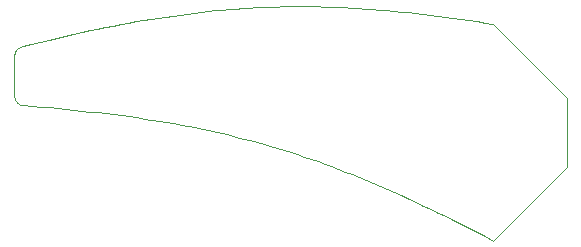
<source format=gbr>
G04 #@! TF.FileFunction,Profile,NP*
%FSLAX46Y46*%
G04 Gerber Fmt 4.6, Leading zero omitted, Abs format (unit mm)*
G04 Created by KiCad (PCBNEW 4.0.5-e0-6337~49~ubuntu14.04.1) date Fri May  5 09:40:51 2017*
%MOMM*%
%LPD*%
G01*
G04 APERTURE LIST*
%ADD10C,0.100000*%
G04 APERTURE END LIST*
D10*
X204598391Y-109599855D02*
X205280774Y-109958305D01*
X203923654Y-109248951D02*
X204598391Y-109599855D01*
X203256337Y-108905517D02*
X203923654Y-109248951D01*
X202596169Y-108569470D02*
X203256337Y-108905517D01*
X201942866Y-108240715D02*
X202596169Y-108569470D01*
X201296154Y-107919162D02*
X201942866Y-108240715D01*
X200655755Y-107604724D02*
X201296154Y-107919162D01*
X200021390Y-107297311D02*
X200655755Y-107604724D01*
X199392783Y-106996832D02*
X200021390Y-107297311D01*
X198769653Y-106703197D02*
X199392783Y-106996832D01*
X198151724Y-106416318D02*
X198769653Y-106703197D01*
X197538718Y-106136099D02*
X198151724Y-106416318D01*
X196930357Y-105862457D02*
X197538718Y-106136099D01*
X196326363Y-105595299D02*
X196930357Y-105862457D01*
X195726459Y-105334535D02*
X196326363Y-105595299D01*
X195130366Y-105080075D02*
X195726459Y-105334535D01*
X194537807Y-104831832D02*
X195130366Y-105080075D01*
X193948504Y-104589711D02*
X194537807Y-104831832D01*
X193362179Y-104353623D02*
X193948504Y-104589711D01*
X192778552Y-104123482D02*
X193362179Y-104353623D01*
X192197349Y-103899197D02*
X192778552Y-104123482D01*
X191618291Y-103680676D02*
X192197349Y-103899197D01*
X191041102Y-103467829D02*
X191618291Y-103680676D01*
X190465498Y-103260565D02*
X191041102Y-103467829D01*
X189891207Y-103058799D02*
X190465498Y-103260565D01*
X189317949Y-102862437D02*
X189891207Y-103058799D01*
X188745444Y-102671390D02*
X189317949Y-102862437D01*
X188173419Y-102485569D02*
X188745444Y-102671390D01*
X187601592Y-102304881D02*
X188173419Y-102485569D01*
X187029687Y-102129241D02*
X187601592Y-102304881D01*
X186457426Y-101958555D02*
X187029687Y-102129241D01*
X185884532Y-101792736D02*
X186457426Y-101958555D01*
X185310726Y-101631691D02*
X185884532Y-101792736D01*
X184735731Y-101475332D02*
X185310726Y-101631691D01*
X184159265Y-101323567D02*
X184735731Y-101475332D01*
X183581057Y-101176309D02*
X184159265Y-101323567D01*
X183000825Y-101033467D02*
X183581057Y-101176309D01*
X182418290Y-100894950D02*
X183000825Y-101033467D01*
X181833177Y-100760672D02*
X182418290Y-100894950D01*
X181245208Y-100630536D02*
X181833177Y-100760672D01*
X180654105Y-100504456D02*
X181245208Y-100630536D01*
X180059590Y-100382345D02*
X180654105Y-100504456D01*
X179461383Y-100264108D02*
X180059590Y-100382345D01*
X178859208Y-100149658D02*
X179461383Y-100264108D01*
X178252786Y-100038903D02*
X178859208Y-100149658D01*
X177641843Y-99931753D02*
X178252786Y-100038903D01*
X177026097Y-99828122D02*
X177641843Y-99931753D01*
X176405272Y-99727919D02*
X177026097Y-99828122D01*
X175779088Y-99631049D02*
X176405272Y-99727919D01*
X175147269Y-99537428D02*
X175779088Y-99631049D01*
X174509537Y-99446961D02*
X175147269Y-99537428D01*
X173865616Y-99359563D02*
X174509537Y-99446961D01*
X173215224Y-99275142D02*
X173865616Y-99359563D01*
X172558086Y-99193605D02*
X173215224Y-99275142D01*
X171893924Y-99114868D02*
X172558086Y-99193605D01*
X171222461Y-99038834D02*
X171893924Y-99114868D01*
X170543415Y-98965420D02*
X171222461Y-99038834D01*
X169856514Y-98894531D02*
X170543415Y-98965420D01*
X169161474Y-98826081D02*
X169856514Y-98894531D01*
X168458021Y-98759979D02*
X169161474Y-98826081D01*
X167745878Y-98696132D02*
X168458021Y-98759979D01*
X167024764Y-98634452D02*
X167745878Y-98696132D01*
X166294404Y-98574852D02*
X167024764Y-98634452D01*
X165554519Y-98517237D02*
X166294404Y-98574852D01*
X165457660Y-98505637D02*
X165554519Y-98517237D01*
X165367724Y-98486474D02*
X165457660Y-98505637D01*
X165284624Y-98460284D02*
X165367724Y-98486474D01*
X165208263Y-98427645D02*
X165284624Y-98460284D01*
X165138546Y-98389102D02*
X165208263Y-98427645D01*
X165075384Y-98345214D02*
X165138546Y-98389102D01*
X165018678Y-98296533D02*
X165075384Y-98345214D01*
X164968340Y-98243614D02*
X165018678Y-98296533D01*
X164924271Y-98187010D02*
X164968340Y-98243614D01*
X164886383Y-98127282D02*
X164924271Y-98187010D01*
X164854582Y-98064982D02*
X164886383Y-98127282D01*
X164828759Y-98000660D02*
X164854582Y-98064982D01*
X164808834Y-97934880D02*
X164828759Y-98000660D01*
X164794723Y-97868190D02*
X164808834Y-97934880D01*
X164786313Y-97801149D02*
X164794723Y-97868190D01*
X164783489Y-97734310D02*
X164786313Y-97801149D01*
X164783490Y-97516745D02*
X164783489Y-97734310D01*
X164783490Y-97299177D02*
X164783490Y-97516745D01*
X164783490Y-97081612D02*
X164783490Y-97299177D01*
X164783489Y-96864044D02*
X164783490Y-97081612D01*
X164783490Y-96646479D02*
X164783489Y-96864044D01*
X164783490Y-96428911D02*
X164783490Y-96646479D01*
X164783490Y-96211346D02*
X164783490Y-96428911D01*
X164783489Y-95993778D02*
X164783490Y-96211346D01*
X164783490Y-95776213D02*
X164783489Y-95993778D01*
X164783490Y-95558645D02*
X164783490Y-95776213D01*
X164783490Y-95341080D02*
X164783490Y-95558645D01*
X164783489Y-95123512D02*
X164783490Y-95341080D01*
X164783490Y-94905946D02*
X164783489Y-95123512D01*
X164783490Y-94688379D02*
X164783490Y-94905946D01*
X164783489Y-94470813D02*
X164783490Y-94688379D01*
X164783490Y-94253245D02*
X164783489Y-94470813D01*
X164785466Y-94202953D02*
X164783490Y-94253245D01*
X164791506Y-94150344D02*
X164785466Y-94202953D01*
X164801948Y-94095957D02*
X164791506Y-94150344D01*
X164817103Y-94040340D02*
X164801948Y-94095957D01*
X164837310Y-93984039D02*
X164817103Y-94040340D01*
X164862881Y-93927598D02*
X164837310Y-93984039D01*
X164894119Y-93871560D02*
X164862881Y-93927598D01*
X164931350Y-93816470D02*
X164894119Y-93871560D01*
X164974885Y-93762873D02*
X164931350Y-93816470D01*
X165025044Y-93711314D02*
X164974885Y-93762873D01*
X165082138Y-93662340D02*
X165025044Y-93711314D01*
X165146488Y-93616493D02*
X165082138Y-93662340D01*
X165218406Y-93574318D02*
X165146488Y-93616493D01*
X165298210Y-93536359D02*
X165218406Y-93574318D01*
X165386218Y-93503161D02*
X165298210Y-93536359D01*
X165482744Y-93475277D02*
X165386218Y-93503161D01*
X166221704Y-93293261D02*
X165482744Y-93475277D01*
X166951191Y-93116624D02*
X166221704Y-93293261D01*
X167671487Y-92945340D02*
X166951191Y-93116624D01*
X168382865Y-92779391D02*
X167671487Y-92945340D01*
X169085607Y-92618741D02*
X168382865Y-92779391D01*
X169779989Y-92463375D02*
X169085607Y-92618741D01*
X170466295Y-92313261D02*
X169779989Y-92463375D01*
X171144793Y-92168377D02*
X170466295Y-92313261D01*
X171815771Y-92028697D02*
X171144793Y-92168377D01*
X172479504Y-91894192D02*
X171815771Y-92028697D01*
X173136269Y-91764844D02*
X172479504Y-91894192D01*
X173786346Y-91640621D02*
X173136269Y-91764844D01*
X174430013Y-91521501D02*
X173786346Y-91640621D01*
X175067547Y-91407458D02*
X174430013Y-91521501D01*
X175699228Y-91298469D02*
X175067547Y-91407458D01*
X176325335Y-91194504D02*
X175699228Y-91298469D01*
X176946145Y-91095540D02*
X176325335Y-91194504D01*
X177561934Y-91001554D02*
X176946145Y-91095540D01*
X178172985Y-90912516D02*
X177561934Y-91001554D01*
X178779573Y-90828405D02*
X178172985Y-90912516D01*
X179381980Y-90749197D02*
X178779573Y-90828405D01*
X179980480Y-90674860D02*
X179381980Y-90749197D01*
X180575353Y-90605374D02*
X179980480Y-90674860D01*
X181166877Y-90540711D02*
X180575353Y-90605374D01*
X181755333Y-90480849D02*
X181166877Y-90540711D01*
X182340997Y-90425759D02*
X181755333Y-90480849D01*
X182924148Y-90375419D02*
X182340997Y-90425759D01*
X183505063Y-90329801D02*
X182924148Y-90375419D01*
X184084019Y-90288878D02*
X183505063Y-90329801D01*
X184661299Y-90252632D02*
X184084019Y-90288878D01*
X185237180Y-90221032D02*
X184661299Y-90252632D01*
X185811939Y-90194052D02*
X185237180Y-90221032D01*
X186385855Y-90171672D02*
X185811939Y-90194052D01*
X186959203Y-90153863D02*
X186385855Y-90171672D01*
X187532267Y-90140598D02*
X186959203Y-90153863D01*
X188105325Y-90131850D02*
X187532267Y-90140598D01*
X188678648Y-90127588D02*
X188105325Y-90131850D01*
X189252524Y-90127811D02*
X188678648Y-90127588D01*
X189827224Y-90132467D02*
X189252524Y-90127811D01*
X190403028Y-90141557D02*
X189827224Y-90132467D01*
X190980217Y-90155046D02*
X190403028Y-90141557D01*
X191559070Y-90172910D02*
X190980217Y-90155046D01*
X192139860Y-90195093D02*
X191559070Y-90172910D01*
X192722871Y-90221594D02*
X192139860Y-90195093D01*
X193308379Y-90252398D02*
X192722871Y-90221594D01*
X193896660Y-90287473D02*
X193308379Y-90252398D01*
X194487997Y-90326789D02*
X193896660Y-90287473D01*
X195082665Y-90370325D02*
X194487997Y-90326789D01*
X195680942Y-90418052D02*
X195082665Y-90370325D01*
X196283109Y-90469944D02*
X195680942Y-90418052D01*
X196889443Y-90525979D02*
X196283109Y-90469944D01*
X197500220Y-90586129D02*
X196889443Y-90525979D01*
X198115724Y-90650372D02*
X197500220Y-90586129D01*
X198736226Y-90718677D02*
X198115724Y-90650372D01*
X199362012Y-90791025D02*
X198736226Y-90718677D01*
X199993358Y-90867389D02*
X199362012Y-90791025D01*
X200630536Y-90947743D02*
X199993358Y-90867389D01*
X201273833Y-91032060D02*
X200630536Y-90947743D01*
X201923524Y-91120316D02*
X201273833Y-91032060D01*
X202579884Y-91212487D02*
X201923524Y-91120316D01*
X203243197Y-91308544D02*
X202579884Y-91212487D01*
X203913737Y-91408468D02*
X203243197Y-91308544D01*
X204591784Y-91512227D02*
X203913737Y-91408468D01*
X205277618Y-91619802D02*
X204591784Y-91512227D01*
X211533552Y-97879663D02*
X205277618Y-91619802D01*
X211533734Y-103709330D02*
X211533552Y-97879663D01*
X205280774Y-109958305D02*
X211533734Y-103709330D01*
M02*

</source>
